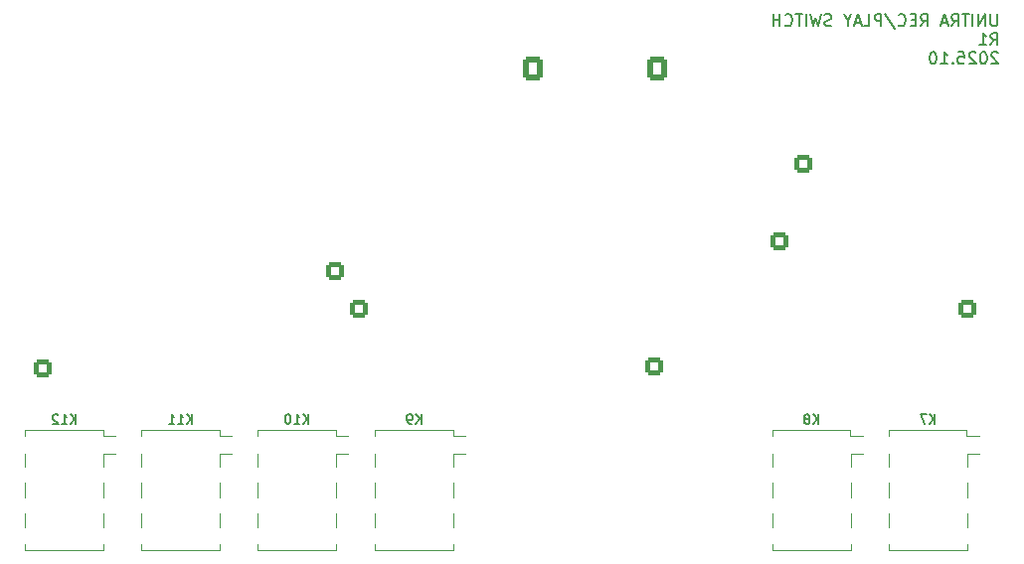
<source format=gbo>
G04 #@! TF.GenerationSoftware,KiCad,Pcbnew,9.0.5*
G04 #@! TF.CreationDate,2025-10-10T22:50:31+02:00*
G04 #@! TF.ProjectId,rec_play_switch_module,7265635f-706c-4617-995f-737769746368,rev?*
G04 #@! TF.SameCoordinates,Original*
G04 #@! TF.FileFunction,Legend,Bot*
G04 #@! TF.FilePolarity,Positive*
%FSLAX46Y46*%
G04 Gerber Fmt 4.6, Leading zero omitted, Abs format (unit mm)*
G04 Created by KiCad (PCBNEW 9.0.5) date 2025-10-10 22:50:31*
%MOMM*%
%LPD*%
G01*
G04 APERTURE LIST*
G04 Aperture macros list*
%AMRoundRect*
0 Rectangle with rounded corners*
0 $1 Rounding radius*
0 $2 $3 $4 $5 $6 $7 $8 $9 X,Y pos of 4 corners*
0 Add a 4 corners polygon primitive as box body*
4,1,4,$2,$3,$4,$5,$6,$7,$8,$9,$2,$3,0*
0 Add four circle primitives for the rounded corners*
1,1,$1+$1,$2,$3*
1,1,$1+$1,$4,$5*
1,1,$1+$1,$6,$7*
1,1,$1+$1,$8,$9*
0 Add four rect primitives between the rounded corners*
20,1,$1+$1,$2,$3,$4,$5,0*
20,1,$1+$1,$4,$5,$6,$7,0*
20,1,$1+$1,$6,$7,$8,$9,0*
20,1,$1+$1,$8,$9,$2,$3,0*%
G04 Aperture macros list end*
%ADD10C,0.150000*%
%ADD11C,0.120000*%
%ADD12C,1.600000*%
%ADD13R,1.000000X1.000000*%
%ADD14C,1.000000*%
%ADD15RoundRect,0.250000X-0.550000X0.550000X-0.550000X-0.550000X0.550000X-0.550000X0.550000X0.550000X0*%
%ADD16RoundRect,0.250000X-0.600000X-0.750000X0.600000X-0.750000X0.600000X0.750000X-0.600000X0.750000X0*%
%ADD17O,1.700000X2.000000*%
%ADD18RoundRect,0.250000X0.550000X-0.550000X0.550000X0.550000X-0.550000X0.550000X-0.550000X-0.550000X0*%
%ADD19RoundRect,0.250000X0.550000X0.550000X-0.550000X0.550000X-0.550000X-0.550000X0.550000X-0.550000X0*%
%ADD20RoundRect,0.250000X-0.550000X-0.550000X0.550000X-0.550000X0.550000X0.550000X-0.550000X0.550000X0*%
%ADD21R,1.700000X1.700000*%
%ADD22C,1.700000*%
%ADD23R,1.500000X1.500000*%
%ADD24C,1.500000*%
%ADD25R,1.800000X0.800000*%
G04 APERTURE END LIST*
D10*
X213607420Y-43122531D02*
X213607420Y-43932054D01*
X213607420Y-43932054D02*
X213559801Y-44027292D01*
X213559801Y-44027292D02*
X213512182Y-44074912D01*
X213512182Y-44074912D02*
X213416944Y-44122531D01*
X213416944Y-44122531D02*
X213226468Y-44122531D01*
X213226468Y-44122531D02*
X213131230Y-44074912D01*
X213131230Y-44074912D02*
X213083611Y-44027292D01*
X213083611Y-44027292D02*
X213035992Y-43932054D01*
X213035992Y-43932054D02*
X213035992Y-43122531D01*
X212559801Y-44122531D02*
X212559801Y-43122531D01*
X212559801Y-43122531D02*
X211988373Y-44122531D01*
X211988373Y-44122531D02*
X211988373Y-43122531D01*
X211512182Y-44122531D02*
X211512182Y-43122531D01*
X211178849Y-43122531D02*
X210607421Y-43122531D01*
X210893135Y-44122531D02*
X210893135Y-43122531D01*
X209702659Y-44122531D02*
X210035992Y-43646340D01*
X210274087Y-44122531D02*
X210274087Y-43122531D01*
X210274087Y-43122531D02*
X209893135Y-43122531D01*
X209893135Y-43122531D02*
X209797897Y-43170150D01*
X209797897Y-43170150D02*
X209750278Y-43217769D01*
X209750278Y-43217769D02*
X209702659Y-43313007D01*
X209702659Y-43313007D02*
X209702659Y-43455864D01*
X209702659Y-43455864D02*
X209750278Y-43551102D01*
X209750278Y-43551102D02*
X209797897Y-43598721D01*
X209797897Y-43598721D02*
X209893135Y-43646340D01*
X209893135Y-43646340D02*
X210274087Y-43646340D01*
X209321706Y-43836816D02*
X208845516Y-43836816D01*
X209416944Y-44122531D02*
X209083611Y-43122531D01*
X209083611Y-43122531D02*
X208750278Y-44122531D01*
X207083611Y-44122531D02*
X207416944Y-43646340D01*
X207655039Y-44122531D02*
X207655039Y-43122531D01*
X207655039Y-43122531D02*
X207274087Y-43122531D01*
X207274087Y-43122531D02*
X207178849Y-43170150D01*
X207178849Y-43170150D02*
X207131230Y-43217769D01*
X207131230Y-43217769D02*
X207083611Y-43313007D01*
X207083611Y-43313007D02*
X207083611Y-43455864D01*
X207083611Y-43455864D02*
X207131230Y-43551102D01*
X207131230Y-43551102D02*
X207178849Y-43598721D01*
X207178849Y-43598721D02*
X207274087Y-43646340D01*
X207274087Y-43646340D02*
X207655039Y-43646340D01*
X206655039Y-43598721D02*
X206321706Y-43598721D01*
X206178849Y-44122531D02*
X206655039Y-44122531D01*
X206655039Y-44122531D02*
X206655039Y-43122531D01*
X206655039Y-43122531D02*
X206178849Y-43122531D01*
X205178849Y-44027292D02*
X205226468Y-44074912D01*
X205226468Y-44074912D02*
X205369325Y-44122531D01*
X205369325Y-44122531D02*
X205464563Y-44122531D01*
X205464563Y-44122531D02*
X205607420Y-44074912D01*
X205607420Y-44074912D02*
X205702658Y-43979673D01*
X205702658Y-43979673D02*
X205750277Y-43884435D01*
X205750277Y-43884435D02*
X205797896Y-43693959D01*
X205797896Y-43693959D02*
X205797896Y-43551102D01*
X205797896Y-43551102D02*
X205750277Y-43360626D01*
X205750277Y-43360626D02*
X205702658Y-43265388D01*
X205702658Y-43265388D02*
X205607420Y-43170150D01*
X205607420Y-43170150D02*
X205464563Y-43122531D01*
X205464563Y-43122531D02*
X205369325Y-43122531D01*
X205369325Y-43122531D02*
X205226468Y-43170150D01*
X205226468Y-43170150D02*
X205178849Y-43217769D01*
X204035992Y-43074912D02*
X204893134Y-44360626D01*
X203702658Y-44122531D02*
X203702658Y-43122531D01*
X203702658Y-43122531D02*
X203321706Y-43122531D01*
X203321706Y-43122531D02*
X203226468Y-43170150D01*
X203226468Y-43170150D02*
X203178849Y-43217769D01*
X203178849Y-43217769D02*
X203131230Y-43313007D01*
X203131230Y-43313007D02*
X203131230Y-43455864D01*
X203131230Y-43455864D02*
X203178849Y-43551102D01*
X203178849Y-43551102D02*
X203226468Y-43598721D01*
X203226468Y-43598721D02*
X203321706Y-43646340D01*
X203321706Y-43646340D02*
X203702658Y-43646340D01*
X202226468Y-44122531D02*
X202702658Y-44122531D01*
X202702658Y-44122531D02*
X202702658Y-43122531D01*
X201940753Y-43836816D02*
X201464563Y-43836816D01*
X202035991Y-44122531D02*
X201702658Y-43122531D01*
X201702658Y-43122531D02*
X201369325Y-44122531D01*
X200845515Y-43646340D02*
X200845515Y-44122531D01*
X201178848Y-43122531D02*
X200845515Y-43646340D01*
X200845515Y-43646340D02*
X200512182Y-43122531D01*
X199464562Y-44074912D02*
X199321705Y-44122531D01*
X199321705Y-44122531D02*
X199083610Y-44122531D01*
X199083610Y-44122531D02*
X198988372Y-44074912D01*
X198988372Y-44074912D02*
X198940753Y-44027292D01*
X198940753Y-44027292D02*
X198893134Y-43932054D01*
X198893134Y-43932054D02*
X198893134Y-43836816D01*
X198893134Y-43836816D02*
X198940753Y-43741578D01*
X198940753Y-43741578D02*
X198988372Y-43693959D01*
X198988372Y-43693959D02*
X199083610Y-43646340D01*
X199083610Y-43646340D02*
X199274086Y-43598721D01*
X199274086Y-43598721D02*
X199369324Y-43551102D01*
X199369324Y-43551102D02*
X199416943Y-43503483D01*
X199416943Y-43503483D02*
X199464562Y-43408245D01*
X199464562Y-43408245D02*
X199464562Y-43313007D01*
X199464562Y-43313007D02*
X199416943Y-43217769D01*
X199416943Y-43217769D02*
X199369324Y-43170150D01*
X199369324Y-43170150D02*
X199274086Y-43122531D01*
X199274086Y-43122531D02*
X199035991Y-43122531D01*
X199035991Y-43122531D02*
X198893134Y-43170150D01*
X198559800Y-43122531D02*
X198321705Y-44122531D01*
X198321705Y-44122531D02*
X198131229Y-43408245D01*
X198131229Y-43408245D02*
X197940753Y-44122531D01*
X197940753Y-44122531D02*
X197702658Y-43122531D01*
X197321705Y-44122531D02*
X197321705Y-43122531D01*
X196988372Y-43122531D02*
X196416944Y-43122531D01*
X196702658Y-44122531D02*
X196702658Y-43122531D01*
X195512182Y-44027292D02*
X195559801Y-44074912D01*
X195559801Y-44074912D02*
X195702658Y-44122531D01*
X195702658Y-44122531D02*
X195797896Y-44122531D01*
X195797896Y-44122531D02*
X195940753Y-44074912D01*
X195940753Y-44074912D02*
X196035991Y-43979673D01*
X196035991Y-43979673D02*
X196083610Y-43884435D01*
X196083610Y-43884435D02*
X196131229Y-43693959D01*
X196131229Y-43693959D02*
X196131229Y-43551102D01*
X196131229Y-43551102D02*
X196083610Y-43360626D01*
X196083610Y-43360626D02*
X196035991Y-43265388D01*
X196035991Y-43265388D02*
X195940753Y-43170150D01*
X195940753Y-43170150D02*
X195797896Y-43122531D01*
X195797896Y-43122531D02*
X195702658Y-43122531D01*
X195702658Y-43122531D02*
X195559801Y-43170150D01*
X195559801Y-43170150D02*
X195512182Y-43217769D01*
X195083610Y-44122531D02*
X195083610Y-43122531D01*
X195083610Y-43598721D02*
X194512182Y-43598721D01*
X194512182Y-44122531D02*
X194512182Y-43122531D01*
X213035992Y-45732475D02*
X213369325Y-45256284D01*
X213607420Y-45732475D02*
X213607420Y-44732475D01*
X213607420Y-44732475D02*
X213226468Y-44732475D01*
X213226468Y-44732475D02*
X213131230Y-44780094D01*
X213131230Y-44780094D02*
X213083611Y-44827713D01*
X213083611Y-44827713D02*
X213035992Y-44922951D01*
X213035992Y-44922951D02*
X213035992Y-45065808D01*
X213035992Y-45065808D02*
X213083611Y-45161046D01*
X213083611Y-45161046D02*
X213131230Y-45208665D01*
X213131230Y-45208665D02*
X213226468Y-45256284D01*
X213226468Y-45256284D02*
X213607420Y-45256284D01*
X212083611Y-45732475D02*
X212655039Y-45732475D01*
X212369325Y-45732475D02*
X212369325Y-44732475D01*
X212369325Y-44732475D02*
X212464563Y-44875332D01*
X212464563Y-44875332D02*
X212559801Y-44970570D01*
X212559801Y-44970570D02*
X212655039Y-45018189D01*
X213655039Y-46437657D02*
X213607420Y-46390038D01*
X213607420Y-46390038D02*
X213512182Y-46342419D01*
X213512182Y-46342419D02*
X213274087Y-46342419D01*
X213274087Y-46342419D02*
X213178849Y-46390038D01*
X213178849Y-46390038D02*
X213131230Y-46437657D01*
X213131230Y-46437657D02*
X213083611Y-46532895D01*
X213083611Y-46532895D02*
X213083611Y-46628133D01*
X213083611Y-46628133D02*
X213131230Y-46770990D01*
X213131230Y-46770990D02*
X213702658Y-47342419D01*
X213702658Y-47342419D02*
X213083611Y-47342419D01*
X212464563Y-46342419D02*
X212369325Y-46342419D01*
X212369325Y-46342419D02*
X212274087Y-46390038D01*
X212274087Y-46390038D02*
X212226468Y-46437657D01*
X212226468Y-46437657D02*
X212178849Y-46532895D01*
X212178849Y-46532895D02*
X212131230Y-46723371D01*
X212131230Y-46723371D02*
X212131230Y-46961466D01*
X212131230Y-46961466D02*
X212178849Y-47151942D01*
X212178849Y-47151942D02*
X212226468Y-47247180D01*
X212226468Y-47247180D02*
X212274087Y-47294800D01*
X212274087Y-47294800D02*
X212369325Y-47342419D01*
X212369325Y-47342419D02*
X212464563Y-47342419D01*
X212464563Y-47342419D02*
X212559801Y-47294800D01*
X212559801Y-47294800D02*
X212607420Y-47247180D01*
X212607420Y-47247180D02*
X212655039Y-47151942D01*
X212655039Y-47151942D02*
X212702658Y-46961466D01*
X212702658Y-46961466D02*
X212702658Y-46723371D01*
X212702658Y-46723371D02*
X212655039Y-46532895D01*
X212655039Y-46532895D02*
X212607420Y-46437657D01*
X212607420Y-46437657D02*
X212559801Y-46390038D01*
X212559801Y-46390038D02*
X212464563Y-46342419D01*
X211750277Y-46437657D02*
X211702658Y-46390038D01*
X211702658Y-46390038D02*
X211607420Y-46342419D01*
X211607420Y-46342419D02*
X211369325Y-46342419D01*
X211369325Y-46342419D02*
X211274087Y-46390038D01*
X211274087Y-46390038D02*
X211226468Y-46437657D01*
X211226468Y-46437657D02*
X211178849Y-46532895D01*
X211178849Y-46532895D02*
X211178849Y-46628133D01*
X211178849Y-46628133D02*
X211226468Y-46770990D01*
X211226468Y-46770990D02*
X211797896Y-47342419D01*
X211797896Y-47342419D02*
X211178849Y-47342419D01*
X210274087Y-46342419D02*
X210750277Y-46342419D01*
X210750277Y-46342419D02*
X210797896Y-46818609D01*
X210797896Y-46818609D02*
X210750277Y-46770990D01*
X210750277Y-46770990D02*
X210655039Y-46723371D01*
X210655039Y-46723371D02*
X210416944Y-46723371D01*
X210416944Y-46723371D02*
X210321706Y-46770990D01*
X210321706Y-46770990D02*
X210274087Y-46818609D01*
X210274087Y-46818609D02*
X210226468Y-46913847D01*
X210226468Y-46913847D02*
X210226468Y-47151942D01*
X210226468Y-47151942D02*
X210274087Y-47247180D01*
X210274087Y-47247180D02*
X210321706Y-47294800D01*
X210321706Y-47294800D02*
X210416944Y-47342419D01*
X210416944Y-47342419D02*
X210655039Y-47342419D01*
X210655039Y-47342419D02*
X210750277Y-47294800D01*
X210750277Y-47294800D02*
X210797896Y-47247180D01*
X209797896Y-47247180D02*
X209750277Y-47294800D01*
X209750277Y-47294800D02*
X209797896Y-47342419D01*
X209797896Y-47342419D02*
X209845515Y-47294800D01*
X209845515Y-47294800D02*
X209797896Y-47247180D01*
X209797896Y-47247180D02*
X209797896Y-47342419D01*
X208797897Y-47342419D02*
X209369325Y-47342419D01*
X209083611Y-47342419D02*
X209083611Y-46342419D01*
X209083611Y-46342419D02*
X209178849Y-46485276D01*
X209178849Y-46485276D02*
X209274087Y-46580514D01*
X209274087Y-46580514D02*
X209369325Y-46628133D01*
X208178849Y-46342419D02*
X208083611Y-46342419D01*
X208083611Y-46342419D02*
X207988373Y-46390038D01*
X207988373Y-46390038D02*
X207940754Y-46437657D01*
X207940754Y-46437657D02*
X207893135Y-46532895D01*
X207893135Y-46532895D02*
X207845516Y-46723371D01*
X207845516Y-46723371D02*
X207845516Y-46961466D01*
X207845516Y-46961466D02*
X207893135Y-47151942D01*
X207893135Y-47151942D02*
X207940754Y-47247180D01*
X207940754Y-47247180D02*
X207988373Y-47294800D01*
X207988373Y-47294800D02*
X208083611Y-47342419D01*
X208083611Y-47342419D02*
X208178849Y-47342419D01*
X208178849Y-47342419D02*
X208274087Y-47294800D01*
X208274087Y-47294800D02*
X208321706Y-47247180D01*
X208321706Y-47247180D02*
X208369325Y-47151942D01*
X208369325Y-47151942D02*
X208416944Y-46961466D01*
X208416944Y-46961466D02*
X208416944Y-46723371D01*
X208416944Y-46723371D02*
X208369325Y-46532895D01*
X208369325Y-46532895D02*
X208321706Y-46437657D01*
X208321706Y-46437657D02*
X208274087Y-46390038D01*
X208274087Y-46390038D02*
X208178849Y-46342419D01*
X164547475Y-78055295D02*
X164547475Y-77255295D01*
X164090332Y-78055295D02*
X164433190Y-77598152D01*
X164090332Y-77255295D02*
X164547475Y-77712438D01*
X163709380Y-78055295D02*
X163556999Y-78055295D01*
X163556999Y-78055295D02*
X163480809Y-78017200D01*
X163480809Y-78017200D02*
X163442713Y-77979104D01*
X163442713Y-77979104D02*
X163366523Y-77864819D01*
X163366523Y-77864819D02*
X163328428Y-77712438D01*
X163328428Y-77712438D02*
X163328428Y-77407676D01*
X163328428Y-77407676D02*
X163366523Y-77331485D01*
X163366523Y-77331485D02*
X163404618Y-77293390D01*
X163404618Y-77293390D02*
X163480809Y-77255295D01*
X163480809Y-77255295D02*
X163633190Y-77255295D01*
X163633190Y-77255295D02*
X163709380Y-77293390D01*
X163709380Y-77293390D02*
X163747475Y-77331485D01*
X163747475Y-77331485D02*
X163785571Y-77407676D01*
X163785571Y-77407676D02*
X163785571Y-77598152D01*
X163785571Y-77598152D02*
X163747475Y-77674342D01*
X163747475Y-77674342D02*
X163709380Y-77712438D01*
X163709380Y-77712438D02*
X163633190Y-77750533D01*
X163633190Y-77750533D02*
X163480809Y-77750533D01*
X163480809Y-77750533D02*
X163404618Y-77712438D01*
X163404618Y-77712438D02*
X163366523Y-77674342D01*
X163366523Y-77674342D02*
X163328428Y-77598152D01*
X135134228Y-78055295D02*
X135134228Y-77255295D01*
X134677085Y-78055295D02*
X135019943Y-77598152D01*
X134677085Y-77255295D02*
X135134228Y-77712438D01*
X133915181Y-78055295D02*
X134372324Y-78055295D01*
X134143752Y-78055295D02*
X134143752Y-77255295D01*
X134143752Y-77255295D02*
X134219943Y-77369580D01*
X134219943Y-77369580D02*
X134296133Y-77445771D01*
X134296133Y-77445771D02*
X134372324Y-77483866D01*
X133610419Y-77331485D02*
X133572323Y-77293390D01*
X133572323Y-77293390D02*
X133496133Y-77255295D01*
X133496133Y-77255295D02*
X133305657Y-77255295D01*
X133305657Y-77255295D02*
X133229466Y-77293390D01*
X133229466Y-77293390D02*
X133191371Y-77331485D01*
X133191371Y-77331485D02*
X133153276Y-77407676D01*
X133153276Y-77407676D02*
X133153276Y-77483866D01*
X133153276Y-77483866D02*
X133191371Y-77598152D01*
X133191371Y-77598152D02*
X133648514Y-78055295D01*
X133648514Y-78055295D02*
X133153276Y-78055295D01*
X208286275Y-78055295D02*
X208286275Y-77255295D01*
X207829132Y-78055295D02*
X208171990Y-77598152D01*
X207829132Y-77255295D02*
X208286275Y-77712438D01*
X207562466Y-77255295D02*
X207029132Y-77255295D01*
X207029132Y-77255295D02*
X207371990Y-78055295D01*
X198380275Y-78055295D02*
X198380275Y-77255295D01*
X197923132Y-78055295D02*
X198265990Y-77598152D01*
X197923132Y-77255295D02*
X198380275Y-77712438D01*
X197465990Y-77598152D02*
X197542180Y-77560057D01*
X197542180Y-77560057D02*
X197580275Y-77521961D01*
X197580275Y-77521961D02*
X197618371Y-77445771D01*
X197618371Y-77445771D02*
X197618371Y-77407676D01*
X197618371Y-77407676D02*
X197580275Y-77331485D01*
X197580275Y-77331485D02*
X197542180Y-77293390D01*
X197542180Y-77293390D02*
X197465990Y-77255295D01*
X197465990Y-77255295D02*
X197313609Y-77255295D01*
X197313609Y-77255295D02*
X197237418Y-77293390D01*
X197237418Y-77293390D02*
X197199323Y-77331485D01*
X197199323Y-77331485D02*
X197161228Y-77407676D01*
X197161228Y-77407676D02*
X197161228Y-77445771D01*
X197161228Y-77445771D02*
X197199323Y-77521961D01*
X197199323Y-77521961D02*
X197237418Y-77560057D01*
X197237418Y-77560057D02*
X197313609Y-77598152D01*
X197313609Y-77598152D02*
X197465990Y-77598152D01*
X197465990Y-77598152D02*
X197542180Y-77636247D01*
X197542180Y-77636247D02*
X197580275Y-77674342D01*
X197580275Y-77674342D02*
X197618371Y-77750533D01*
X197618371Y-77750533D02*
X197618371Y-77902914D01*
X197618371Y-77902914D02*
X197580275Y-77979104D01*
X197580275Y-77979104D02*
X197542180Y-78017200D01*
X197542180Y-78017200D02*
X197465990Y-78055295D01*
X197465990Y-78055295D02*
X197313609Y-78055295D01*
X197313609Y-78055295D02*
X197237418Y-78017200D01*
X197237418Y-78017200D02*
X197199323Y-77979104D01*
X197199323Y-77979104D02*
X197161228Y-77902914D01*
X197161228Y-77902914D02*
X197161228Y-77750533D01*
X197161228Y-77750533D02*
X197199323Y-77674342D01*
X197199323Y-77674342D02*
X197237418Y-77636247D01*
X197237418Y-77636247D02*
X197313609Y-77598152D01*
X145040228Y-78055295D02*
X145040228Y-77255295D01*
X144583085Y-78055295D02*
X144925943Y-77598152D01*
X144583085Y-77255295D02*
X145040228Y-77712438D01*
X143821181Y-78055295D02*
X144278324Y-78055295D01*
X144049752Y-78055295D02*
X144049752Y-77255295D01*
X144049752Y-77255295D02*
X144125943Y-77369580D01*
X144125943Y-77369580D02*
X144202133Y-77445771D01*
X144202133Y-77445771D02*
X144278324Y-77483866D01*
X143059276Y-78055295D02*
X143516419Y-78055295D01*
X143287847Y-78055295D02*
X143287847Y-77255295D01*
X143287847Y-77255295D02*
X143364038Y-77369580D01*
X143364038Y-77369580D02*
X143440228Y-77445771D01*
X143440228Y-77445771D02*
X143516419Y-77483866D01*
X154946228Y-78055295D02*
X154946228Y-77255295D01*
X154489085Y-78055295D02*
X154831943Y-77598152D01*
X154489085Y-77255295D02*
X154946228Y-77712438D01*
X153727181Y-78055295D02*
X154184324Y-78055295D01*
X153955752Y-78055295D02*
X153955752Y-77255295D01*
X153955752Y-77255295D02*
X154031943Y-77369580D01*
X154031943Y-77369580D02*
X154108133Y-77445771D01*
X154108133Y-77445771D02*
X154184324Y-77483866D01*
X153231942Y-77255295D02*
X153155752Y-77255295D01*
X153155752Y-77255295D02*
X153079561Y-77293390D01*
X153079561Y-77293390D02*
X153041466Y-77331485D01*
X153041466Y-77331485D02*
X153003371Y-77407676D01*
X153003371Y-77407676D02*
X152965276Y-77560057D01*
X152965276Y-77560057D02*
X152965276Y-77750533D01*
X152965276Y-77750533D02*
X153003371Y-77902914D01*
X153003371Y-77902914D02*
X153041466Y-77979104D01*
X153041466Y-77979104D02*
X153079561Y-78017200D01*
X153079561Y-78017200D02*
X153155752Y-78055295D01*
X153155752Y-78055295D02*
X153231942Y-78055295D01*
X153231942Y-78055295D02*
X153308133Y-78017200D01*
X153308133Y-78017200D02*
X153346228Y-77979104D01*
X153346228Y-77979104D02*
X153384323Y-77902914D01*
X153384323Y-77902914D02*
X153422419Y-77750533D01*
X153422419Y-77750533D02*
X153422419Y-77560057D01*
X153422419Y-77560057D02*
X153384323Y-77407676D01*
X153384323Y-77407676D02*
X153346228Y-77331485D01*
X153346228Y-77331485D02*
X153308133Y-77293390D01*
X153308133Y-77293390D02*
X153231942Y-77255295D01*
D11*
X160597000Y-78593000D02*
X160597000Y-79093000D01*
X160597000Y-88293000D02*
X160597000Y-88793000D01*
X160597000Y-88793000D02*
X167297000Y-88793000D01*
X160607000Y-80593000D02*
X160607000Y-81743000D01*
X160607000Y-83093000D02*
X160597000Y-84293000D01*
X160607000Y-85693000D02*
X160607000Y-86843000D01*
X167257000Y-78603000D02*
X160597000Y-78593000D01*
X167257000Y-78603000D02*
X167257000Y-79103000D01*
X167257000Y-79103000D02*
X168307000Y-79093000D01*
X167297000Y-84293000D02*
X167307000Y-83093000D01*
X167297000Y-88793000D02*
X167297000Y-88293000D01*
X167307000Y-80603000D02*
X168307000Y-80593000D01*
X167307000Y-81743000D02*
X167307000Y-80593000D01*
X167307000Y-86893000D02*
X167307000Y-85693000D01*
X130802800Y-78593000D02*
X130802800Y-79093000D01*
X130802800Y-88293000D02*
X130802800Y-88793000D01*
X130802800Y-88793000D02*
X137502800Y-88793000D01*
X130812800Y-80593000D02*
X130812800Y-81743000D01*
X130812800Y-83093000D02*
X130802800Y-84293000D01*
X130812800Y-85693000D02*
X130812800Y-86843000D01*
X137462800Y-78603000D02*
X130802800Y-78593000D01*
X137462800Y-78603000D02*
X137462800Y-79103000D01*
X137462800Y-79103000D02*
X138512800Y-79093000D01*
X137502800Y-84293000D02*
X137512800Y-83093000D01*
X137502800Y-88793000D02*
X137502800Y-88293000D01*
X137512800Y-80603000D02*
X138512800Y-80593000D01*
X137512800Y-81743000D02*
X137512800Y-80593000D01*
X137512800Y-86893000D02*
X137512800Y-85693000D01*
X204335800Y-78593000D02*
X204335800Y-79093000D01*
X204335800Y-88293000D02*
X204335800Y-88793000D01*
X204335800Y-88793000D02*
X211035800Y-88793000D01*
X204345800Y-80593000D02*
X204345800Y-81743000D01*
X204345800Y-83093000D02*
X204335800Y-84293000D01*
X204345800Y-85693000D02*
X204345800Y-86843000D01*
X210995800Y-78603000D02*
X204335800Y-78593000D01*
X210995800Y-78603000D02*
X210995800Y-79103000D01*
X210995800Y-79103000D02*
X212045800Y-79093000D01*
X211035800Y-84293000D02*
X211045800Y-83093000D01*
X211035800Y-88793000D02*
X211035800Y-88293000D01*
X211045800Y-80603000D02*
X212045800Y-80593000D01*
X211045800Y-81743000D02*
X211045800Y-80593000D01*
X211045800Y-86893000D02*
X211045800Y-85693000D01*
X194429800Y-78593000D02*
X194429800Y-79093000D01*
X194429800Y-88293000D02*
X194429800Y-88793000D01*
X194429800Y-88793000D02*
X201129800Y-88793000D01*
X194439800Y-80593000D02*
X194439800Y-81743000D01*
X194439800Y-83093000D02*
X194429800Y-84293000D01*
X194439800Y-85693000D02*
X194439800Y-86843000D01*
X201089800Y-78603000D02*
X194429800Y-78593000D01*
X201089800Y-78603000D02*
X201089800Y-79103000D01*
X201089800Y-79103000D02*
X202139800Y-79093000D01*
X201129800Y-84293000D02*
X201139800Y-83093000D01*
X201129800Y-88793000D02*
X201129800Y-88293000D01*
X201139800Y-80603000D02*
X202139800Y-80593000D01*
X201139800Y-81743000D02*
X201139800Y-80593000D01*
X201139800Y-86893000D02*
X201139800Y-85693000D01*
X140708800Y-78593000D02*
X140708800Y-79093000D01*
X140708800Y-88293000D02*
X140708800Y-88793000D01*
X140708800Y-88793000D02*
X147408800Y-88793000D01*
X140718800Y-80593000D02*
X140718800Y-81743000D01*
X140718800Y-83093000D02*
X140708800Y-84293000D01*
X140718800Y-85693000D02*
X140718800Y-86843000D01*
X147368800Y-78603000D02*
X140708800Y-78593000D01*
X147368800Y-78603000D02*
X147368800Y-79103000D01*
X147368800Y-79103000D02*
X148418800Y-79093000D01*
X147408800Y-84293000D02*
X147418800Y-83093000D01*
X147408800Y-88793000D02*
X147408800Y-88293000D01*
X147418800Y-80603000D02*
X148418800Y-80593000D01*
X147418800Y-81743000D02*
X147418800Y-80593000D01*
X147418800Y-86893000D02*
X147418800Y-85693000D01*
X150614800Y-78593000D02*
X150614800Y-79093000D01*
X150614800Y-88293000D02*
X150614800Y-88793000D01*
X150614800Y-88793000D02*
X157314800Y-88793000D01*
X150624800Y-80593000D02*
X150624800Y-81743000D01*
X150624800Y-83093000D02*
X150614800Y-84293000D01*
X150624800Y-85693000D02*
X150624800Y-86843000D01*
X157274800Y-78603000D02*
X150614800Y-78593000D01*
X157274800Y-78603000D02*
X157274800Y-79103000D01*
X157274800Y-79103000D02*
X158324800Y-79093000D01*
X157314800Y-84293000D02*
X157324800Y-83093000D01*
X157314800Y-88793000D02*
X157314800Y-88293000D01*
X157324800Y-80603000D02*
X158324800Y-80593000D01*
X157324800Y-81743000D02*
X157324800Y-80593000D01*
X157324800Y-86893000D02*
X157324800Y-85693000D01*
%LPC*%
D12*
X167426000Y-67945000D03*
X172426000Y-67945000D03*
X141224000Y-59777000D03*
X141224000Y-54777000D03*
D13*
X195723000Y-90551000D03*
D14*
X196993000Y-90551000D03*
X198263000Y-90551000D03*
X199533000Y-90551000D03*
X200803000Y-90551000D03*
X202073000Y-90551000D03*
X203343000Y-90551000D03*
X204613000Y-90551000D03*
X205883000Y-90551000D03*
X207153000Y-90551000D03*
X208423000Y-90551000D03*
X209693000Y-90551000D03*
D12*
X187579000Y-75641200D03*
X187579000Y-70641200D03*
D15*
X211074000Y-68199000D03*
D12*
X208534000Y-68199000D03*
X205994000Y-68199000D03*
X203454000Y-68199000D03*
X200914000Y-68199000D03*
X198374000Y-68199000D03*
X195834000Y-68199000D03*
X193294000Y-68199000D03*
X190754000Y-68199000D03*
X190754000Y-75819000D03*
X193294000Y-75819000D03*
X195834000Y-75819000D03*
X198374000Y-75819000D03*
X200914000Y-75819000D03*
X203454000Y-75819000D03*
X205994000Y-75819000D03*
X208534000Y-75819000D03*
X211074000Y-75819000D03*
D16*
X184658000Y-47752000D03*
D17*
X187158000Y-47752000D03*
D16*
X174010000Y-47760400D03*
D17*
X176510000Y-47760400D03*
D12*
X144018000Y-55245000D03*
X154178000Y-55245000D03*
X177586000Y-54610000D03*
X182586000Y-54610000D03*
D18*
X157226000Y-65019000D03*
D12*
X159766000Y-65019000D03*
X162306000Y-65019000D03*
X164846000Y-65019000D03*
X167386000Y-65019000D03*
X169926000Y-65019000D03*
X172466000Y-65019000D03*
X175006000Y-65019000D03*
X177546000Y-65019000D03*
X180086000Y-65019000D03*
X182626000Y-65019000D03*
X185166000Y-65019000D03*
X187706000Y-65019000D03*
X190246000Y-65019000D03*
X190246000Y-57399000D03*
X187706000Y-57399000D03*
X185166000Y-57399000D03*
X182626000Y-57399000D03*
X180086000Y-57399000D03*
X177546000Y-57399000D03*
X175006000Y-57399000D03*
X172466000Y-57399000D03*
X169926000Y-57399000D03*
X167386000Y-57399000D03*
X164846000Y-57399000D03*
X162306000Y-57399000D03*
X159766000Y-57399000D03*
X157226000Y-57399000D03*
D13*
X135509000Y-90551000D03*
D14*
X136779000Y-90551000D03*
X138049000Y-90551000D03*
X139319000Y-90551000D03*
X140589000Y-90551000D03*
X141859000Y-90551000D03*
X143129000Y-90551000D03*
X144399000Y-90551000D03*
X145669000Y-90551000D03*
X146939000Y-90551000D03*
X148209000Y-90551000D03*
X149479000Y-90551000D03*
X150749000Y-90551000D03*
X152019000Y-90551000D03*
X153289000Y-90551000D03*
X154559000Y-90551000D03*
X155829000Y-90551000D03*
X157099000Y-90551000D03*
X158369000Y-90551000D03*
X159639000Y-90551000D03*
X160909000Y-90551000D03*
X162179000Y-90551000D03*
X163449000Y-90551000D03*
X164719000Y-90551000D03*
D19*
X132269112Y-73279000D03*
D12*
X129769112Y-73279000D03*
X203962000Y-58674000D03*
X193802000Y-58674000D03*
X193802000Y-44704000D03*
X193802000Y-54864000D03*
D18*
X197104000Y-55880000D03*
D12*
X199644000Y-55880000D03*
X202184000Y-55880000D03*
X202184000Y-48260000D03*
X199644000Y-48260000D03*
X197104000Y-48260000D03*
D15*
X159258000Y-68199000D03*
D12*
X156718000Y-68199000D03*
X154178000Y-68199000D03*
X151638000Y-68199000D03*
X149098000Y-68199000D03*
X146558000Y-68199000D03*
X144018000Y-68199000D03*
X141478000Y-68199000D03*
X138938000Y-68199000D03*
X138938000Y-75819000D03*
X141478000Y-75819000D03*
X144018000Y-75819000D03*
X146558000Y-75819000D03*
X149098000Y-75819000D03*
X151638000Y-75819000D03*
X154178000Y-75819000D03*
X156718000Y-75819000D03*
X159258000Y-75819000D03*
D20*
X195072000Y-62484000D03*
D12*
X202692000Y-62484000D03*
D21*
X151638000Y-59812000D03*
D22*
X149098000Y-59812000D03*
X146558000Y-59812000D03*
X146558000Y-62352000D03*
X149098000Y-62352000D03*
X151638000Y-62352000D03*
D12*
X135636000Y-75641200D03*
X135636000Y-70641200D03*
D23*
X207912500Y-57912000D03*
D24*
X207912500Y-60452000D03*
X207912500Y-62992000D03*
D12*
X174966000Y-54610000D03*
X169966000Y-54610000D03*
D19*
X184339113Y-73152000D03*
D12*
X181839113Y-73152000D03*
D25*
X167457000Y-79883000D03*
X167457000Y-82423000D03*
X167457000Y-84963000D03*
X167457000Y-87503000D03*
X160457000Y-87503000D03*
X160457000Y-84963000D03*
X160457000Y-82423000D03*
X160457000Y-79883000D03*
X137662800Y-79883000D03*
X137662800Y-82423000D03*
X137662800Y-84963000D03*
X137662800Y-87503000D03*
X130662800Y-87503000D03*
X130662800Y-84963000D03*
X130662800Y-82423000D03*
X130662800Y-79883000D03*
X211195800Y-79883000D03*
X211195800Y-82423000D03*
X211195800Y-84963000D03*
X211195800Y-87503000D03*
X204195800Y-87503000D03*
X204195800Y-84963000D03*
X204195800Y-82423000D03*
X204195800Y-79883000D03*
X201289800Y-79883000D03*
X201289800Y-82423000D03*
X201289800Y-84963000D03*
X201289800Y-87503000D03*
X194289800Y-87503000D03*
X194289800Y-84963000D03*
X194289800Y-82423000D03*
X194289800Y-79883000D03*
X147568800Y-79883000D03*
X147568800Y-82423000D03*
X147568800Y-84963000D03*
X147568800Y-87503000D03*
X140568800Y-87503000D03*
X140568800Y-84963000D03*
X140568800Y-82423000D03*
X140568800Y-79883000D03*
X157474800Y-79883000D03*
X157474800Y-82423000D03*
X157474800Y-84963000D03*
X157474800Y-87503000D03*
X150474800Y-87503000D03*
X150474800Y-84963000D03*
X150474800Y-82423000D03*
X150474800Y-79883000D03*
%LPD*%
M02*

</source>
